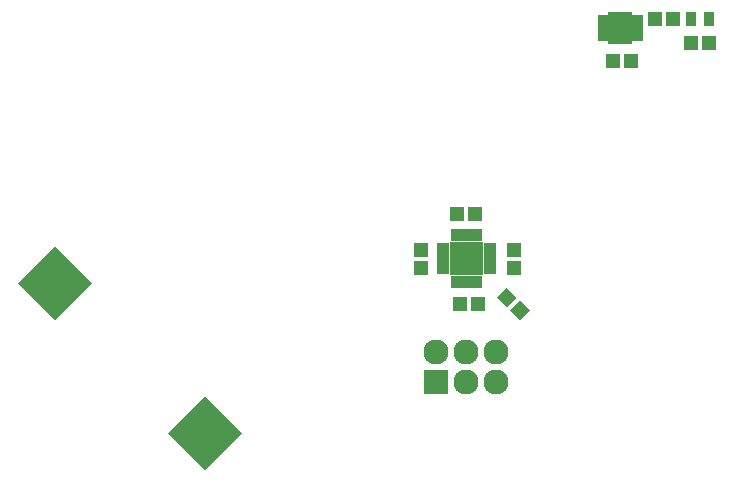
<source format=gts>
G04 #@! TF.FileFunction,Soldermask,Top*
%FSLAX46Y46*%
G04 Gerber Fmt 4.6, Leading zero omitted, Abs format (unit mm)*
G04 Created by KiCad (PCBNEW 4.0.5+dfsg1-4) date Tue Aug  8 22:54:49 2017*
%MOMM*%
%LPD*%
G01*
G04 APERTURE LIST*
%ADD10C,0.100000*%
%ADD11R,1.197560X1.197560*%
%ADD12R,1.130000X0.700000*%
%ADD13R,0.700000X1.130000*%
%ADD14R,1.650000X1.650000*%
%ADD15R,1.200000X1.150000*%
%ADD16R,0.900000X1.300000*%
%ADD17R,1.100000X0.650000*%
%ADD18R,1.230000X1.590000*%
%ADD19R,2.127200X2.127200*%
%ADD20O,2.127200X2.127200*%
G04 APERTURE END LIST*
D10*
G36*
X152286490Y-104839662D02*
X153099662Y-104026490D01*
X153948190Y-104875018D01*
X153135018Y-105688190D01*
X152286490Y-104839662D01*
X152286490Y-104839662D01*
G37*
G36*
X153347150Y-105900322D02*
X154160322Y-105087150D01*
X155008850Y-105935678D01*
X154195678Y-106748850D01*
X153347150Y-105900322D01*
X153347150Y-105900322D01*
G37*
D11*
X153670000Y-102349300D03*
X153670000Y-100850700D03*
X149110700Y-105410000D03*
X150609300Y-105410000D03*
X145796000Y-100850700D03*
X145796000Y-102349300D03*
X150355300Y-97790000D03*
X148856700Y-97790000D03*
D12*
X147708000Y-100584000D03*
X147708000Y-101084000D03*
X147708000Y-101584000D03*
X147708000Y-102084000D03*
X147708000Y-102584000D03*
D13*
X148673000Y-103549000D03*
X149173000Y-103549000D03*
X149673000Y-103549000D03*
X150173000Y-103549000D03*
X150673000Y-103549000D03*
D12*
X151638000Y-102584000D03*
X151638000Y-102084000D03*
X151638000Y-101584000D03*
X151638000Y-101084000D03*
X151638000Y-100584000D03*
D13*
X150673000Y-99619000D03*
X150173000Y-99619000D03*
X149673000Y-99619000D03*
X149173000Y-99619000D03*
X148673000Y-99619000D03*
D14*
X150298000Y-102209000D03*
X150298000Y-100959000D03*
X149048000Y-102209000D03*
X149048000Y-100959000D03*
D10*
G36*
X130647192Y-116359922D02*
X127535922Y-119471192D01*
X124424652Y-116359922D01*
X127535922Y-113248652D01*
X130647192Y-116359922D01*
X130647192Y-116359922D01*
G37*
G36*
X117919270Y-103632000D02*
X114808000Y-106743270D01*
X111696730Y-103632000D01*
X114808000Y-100520730D01*
X117919270Y-103632000D01*
X117919270Y-103632000D01*
G37*
D15*
X162064000Y-84836000D03*
X163564000Y-84836000D03*
X167120000Y-81280000D03*
X165620000Y-81280000D03*
X170168000Y-83312000D03*
X168668000Y-83312000D03*
D16*
X170168000Y-81280000D03*
X168668000Y-81280000D03*
D17*
X161284000Y-81280000D03*
X161284000Y-81780000D03*
X161284000Y-82280000D03*
X161284000Y-82780000D03*
X164084000Y-82780000D03*
X164084000Y-82280000D03*
X164084000Y-81780000D03*
X164084000Y-81280000D03*
D18*
X163099000Y-82625000D03*
X163099000Y-81435000D03*
X162269000Y-82625000D03*
X162269000Y-81435000D03*
D19*
X147066000Y-112014000D03*
D20*
X147066000Y-109474000D03*
X149606000Y-112014000D03*
X149606000Y-109474000D03*
X152146000Y-112014000D03*
X152146000Y-109474000D03*
M02*

</source>
